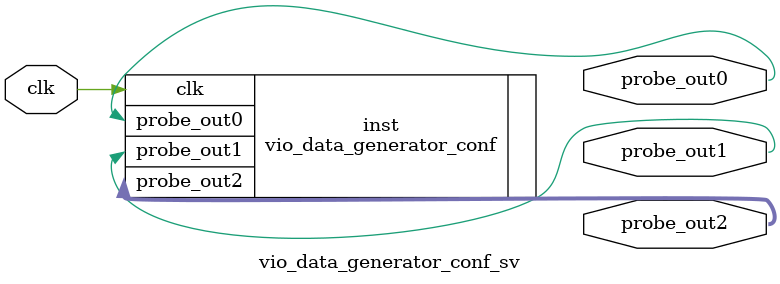
<source format=sv>


`timescale 1ps / 1ps

`include "vivado_interfaces.svh"

module vio_data_generator_conf_sv (
  (* X_INTERFACE_IGNORE = "true" *)
  input wire clk,
  (* X_INTERFACE_IGNORE = "true" *)
  output wire [0:0] probe_out0,
  (* X_INTERFACE_IGNORE = "true" *)
  output wire [0:0] probe_out1,
  (* X_INTERFACE_IGNORE = "true" *)
  output wire [7:0] probe_out2
);

  vio_data_generator_conf inst (
    .clk(clk),
    .probe_out0(probe_out0),
    .probe_out1(probe_out1),
    .probe_out2(probe_out2)
  );

endmodule

</source>
